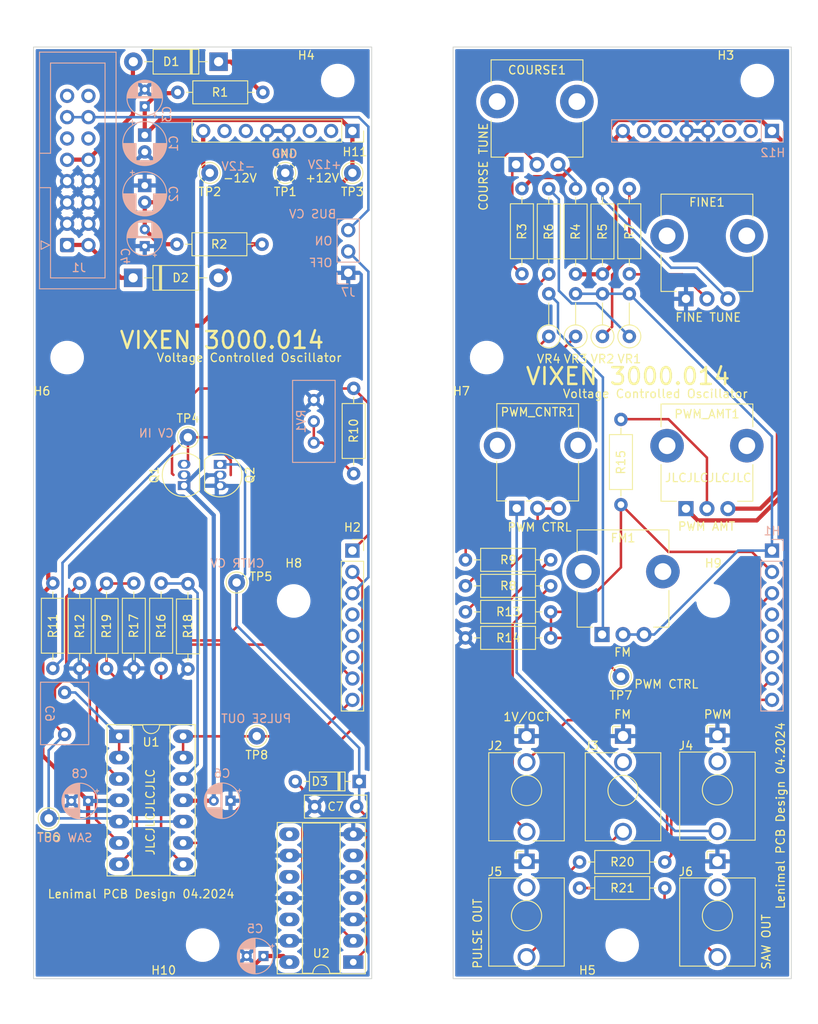
<source format=kicad_pcb>
(kicad_pcb (version 20240108) (generator "pcbnew") (generator_version "8.0")
  (layers (0 "F.Cu" signal) (31 "B.Cu" signal) (34 "B.Paste" user) (35 "F.Paste" user) (36 "B.SilkS" user "B.Silkscreen") (37 "F.SilkS" user "F.Silkscreen") (38 "B.Mask" user) (39 "F.Mask" user) (44 "Edge.Cuts" user))
  (net 0 "")
  (net 1 "+12V")
  (net 2 "GNDREF")
  (net 3 "-12V")
  (net 4 "Net-(D3-K)")
  (net 5 "Net-(U1A--)")
  (net 6 "Net-(U1B-+)")
  (net 7 "Net-(D1-K)")
  (net 8 "Net-(D1-A)")
  (net 9 "Net-(D2-K)")
  (net 10 "Net-(D2-A)")
  (net 11 "Net-(D3-A)")
  (net 12 "Net-(H1A-Pin_1)")
  (net 13 "Net-(H1H-Pin_8)")
  (net 14 "Net-(H1B-Pin_2)")
  (net 15 "Net-(H2B-Pin_2)")
  (net 20 "Net-(J2-PadT)")
  (net 21 "Net-(J3-PadT)")
  (net 23 "Net-(J4-PadT)")
  (net 25 "Net-(J5-PadT)")
  (net 27 "Net-(J6-PadT)")
  (net 29 "Net-(PWM_AMT1-Pad2)")
  (net 30 "Net-(PWM_CNTR1-Pad2)")
  (net 31 "Net-(Q1-E)")
  (net 32 "Net-(U1D-+)")
  (net 33 "Net-(U1B--)")
  (net 39 "Net-(COURSE1-Pad3)")
  (net 40 "Net-(COURSE1-Pad2)")
  (net 41 "Net-(COURSE1-Pad1)")
  (net 42 "Net-(FINE1-Pad3)")
  (net 43 "Net-(FINE1-Pad2)")
  (net 44 "Net-(FM1-Pad1)")
  (net 45 "Net-(H2A-Pin_3)")
  (net 60 "Net-(J7-Pin_3)")
  (net 61 "Net-(R6-Pad1)")
  (net 62 "Net-(R7-Pad1)")
  (net 63 "Net-(R8-Pad1)")
  (net 64 "Net-(R9-Pad1)")
  (net 65 "Net-(R10-Pad1)")
  (net 66 "Net-(R16-Pad2)")
  (net 67 "Net-(H1C-Pin_3)")
  (net 68 "Net-(H2C-Pin_3)")
  (net 69 "Net-(H1G-Pin_7)")
  (net 70 "Net-(H2G-Pin_7)")
  (net 71 "Net-(H2H-Pin_8)")
  (footprint "Connector_Pin:Pin_D1.0mm_L10.0mm" (layer "F.Cu") (at 31.8 121.9)
    (property "Reference" "TP6")
    (property "Value" "SAW_OUT")
  )
  (footprint "Connector_Pin:Pin_D1.0mm_L10.0mm" (layer "F.Cu") (at 60 45)
    (property "Reference" "TP1")
    (property "Value" "GND")
  )
  (footprint "MountingHole:MountingHole_3.5mm" (layer "F.Cu") (at 84 67)
    (property "Reference" "H7")
    (property "Value" "MountingHole" (hide yes))
  )
  (footprint "Synth:PinSocket_1x08_P2.54mm_Vertical" (layer "F.Cu") (at 68 40 -90)
    (property "Reference" "H11")
    (property "Value" "BTM_PWR")
  )
  (footprint "Synth:D_DO-41_SOD81_P10.16mm_Horizontal" (layer "F.Cu") (at 52 31.75 180)
    (property "Reference" "D1")
    (property "Value" "1N5819")
  )
  (footprint "Synth:D_DO-41_SOD81_P10.16mm_Horizontal" (layer "F.Cu") (at 41.92 57.5)
    (property "Reference" "D2")
    (property "Value" "1N5819")
  )
  (footprint "Synth:R_Default (DIN0207)" (layer "F.Cu") (at 88.2 46.9 -90)
    (property "Reference" "R3")
    (property "Value" "100K")
  )
  (footprint "Synth:R_Default (DIN0207)" (layer "F.Cu") (at 57.3 35.4 180)
    (property "Reference" "R1")
    (property "Value" "10")
  )
  (footprint "MountingHole:MountingHole_3.5mm" (layer "F.Cu") (at 50.15 137)
    (property "Reference" "H10")
    (property "Value" "MountingHole" (hide yes))
  )
  (footprint "Synth:R_Default (DIN0207)" (layer "F.Cu") (at 100 74.4 -90)
    (property "Reference" "R15")
    (property "Value" "100K")
  )
  (footprint "Package_TO_SOT_THT:TO-92_Inline" (layer "F.Cu") (at 47.94 82.25 90)
    (property "Reference" "Q1")
    (property "Value" "BC558")
  )
  (footprint "Resistor_THT:R_Axial_DIN0207_L6.3mm_D2.5mm_P5.08mm_Vertical" (layer "F.Cu") (at 91.4 64.48 90)
    (property "Reference" "VR4")
    (property "Value" "NTC 10K")
  )
  (footprint "Synth:Potentiometer_TT_P0915N" (layer "F.Cu") (at 90 36.5)
    (property "Reference" "COURSE1")
    (property "Value" "B100K")
  )
  (footprint "Synth:Potentiometer_TT_P0915N" (layer "F.Cu") (at 110.25 77.5)
    (property "Reference" "PWM_AMT1")
    (property "Value" "B100K")
  )
  (footprint "Synth:Potentiometer_TT_P0915N" (layer "F.Cu") (at 100.25 92.5)
    (property "Reference" "FM1")
    (property "Value" "B1M")
  )
  (footprint "Synth:PinSocket_1x08_P2.54mm_Vertical" (layer "F.Cu") (at 68 90)
    (property "Reference" "H2")
    (property "Value" "BTN_SGN")
  )
  (footprint "Resistor_THT:R_Axial_DIN0207_L6.3mm_D2.5mm_P5.08mm_Vertical" (layer "F.Cu") (at 97.8 64.48 90)
    (property "Reference" "VR2")
    (property "Value" "NTC 10K")
  )
  (footprint "Synth:Jack_3.5mm_QingPu_WQP-PJ398SM_Vertical_CircularHoles" (layer "F.Cu") (at 100.25 118.58)
    (property "Reference" "J3")
    (property "Value" "FM")
  )
  (footprint "Connector_Pin:Pin_D1.0mm_L10.0mm" (layer "F.Cu") (at 51 45)
    (property "Reference" "TP2")
    (property "Value" "-12V")
  )
  (footprint "Package_TO_SOT_THT:TO-92_Inline" (layer "F.Cu") (at 52.23 79.73 -90)
    (property "Reference" "Q2")
    (property "Value" "BC548")
  )
  (footprint "Package_DIP:DIP-14_W7.62mm_Socket_LongPads" (layer "F.Cu") (at 40.2 112.125)
    (property "Reference" "U1")
    (property "Value" "TL074")
  )
  (footprint "Connector_Pin:Pin_D1.0mm_L10.0mm" (layer "F.Cu") (at 100 105)
    (property "Reference" "TP7")
    (property "Value" "PWM_CTRL")
  )
  (footprint "Synth:R_Default (DIN0207)" (layer "F.Cu") (at 35.5 93.92 -90)
    (property "Reference" "R12")
    (property "Value" "100K")
  )
  (footprint "Synth:R_Default (DIN0207)" (layer "F.Cu") (at 81.5 94.2)
    (property "Reference" "R8")
    (property "Value" "100K")
  )
  (footprint "Synth:R_Default (DIN0207)" (layer "F.Cu") (at 57.2 53.5 180)
    (property "Reference" "R2")
    (property "Value" "10")
  )
  (footprint "Synth:R_Default (DIN0207)" (layer "F.Cu") (at 68.15 80.8 90)
    (property "Reference" "R10")
    (property "Value" "1.5K")
  )
  (footprint "Synth:R_Default (DIN0207)" (layer "F.Cu") (at 48.4 104.08 90)
    (property "Reference" "R18")
    (property "Value" "68K")
  )
  (footprint "MountingHole:MountingHole_3.5mm" (layer "F.Cu") (at 34 67)
    (property "Reference" "H6")
    (property "Value" "MountingHole" (hide yes))
  )
  (footprint "Connector_Pin:Pin_D1.0mm_L10.0mm" (layer "F.Cu") (at 56.6 112.1)
    (property "Reference" "TP8")
    (property "Value" "PULSE_OUT")
  )
  (footprint "Connector_Pin:Pin_D1.0mm_L10.0mm" (layer "F.Cu") (at 68 45)
    (property "Reference" "TP3")
    (property "Value" "+12V")
  )
  (footprint "Synth:R_Default (DIN0207)" (layer "F.Cu") (at 81.5 91.1)
    (property "Reference" "R9")
    (property "Value" "100K")
  )
  (footprint "MountingHole:MountingHole_3.5mm" (layer "F.Cu") (at 61 96)
    (property "Reference" "H8")
    (property "Value" "MountingHole")
  )
  (footprint "Synth:R_Default (DIN0207)" (layer "F.Cu") (at 97.8 46.92 -90)
    (property "Reference" "R5")
    (property "Value" "100K")
  )
  (footprint "Synth:R_Default (DIN0207)" (layer "F.Cu") (at 81.5 100.4)
    (property "Reference" "R14")
    (property "Value" "14K")
  )
  (footprint "MountingHole:MountingHole_3.5mm" (layer "F.Cu") (at 100.15 137)
    (property "Reference" "H5")
    (property "Value" "MountingHole" (hide yes))
  )
  (footprint "Synth:R_Default (DIN0207)" (layer "F.Cu") (at 91.4 46.92 -90)
    (property "Reference" "R6")
    (property "Value" "100K")
  )
  (footprint "Synth:Potentiometer_Alpha_RD901F-40-00D_Single_Vertical_CircularHoles" (layer "F.Cu") (at 90.08 77.46)
    (property "Reference" "PWM_CNTR1")
    (property "Value" "B250K")
  )
  (footprint "Synth:Jack_3.5mm_QingPu_WQP-PJ398SM_Vertical_CircularHoles" (layer "F.Cu") (at 88.75 118.58)
    (property "Reference" "J2")
    (property "Value" "1V/OCT")
  )
  (footprint "Synth:R_Default (DIN0207)" (layer "F.Cu") (at 95.1 130.2)
    (property "Reference" "R21")
    (property "Value" "1K")
  )
  (footprint "Resistor_THT:R_Axial_DIN0207_L6.3mm_D2.5mm_P5.08mm_Vertical" (layer "F.Cu") (at 94.6 64.48 90)
    (property "Reference" "VR3")
    (property "Value" "NTC 10K")
  )
  (footprint "MountingHole:MountingHole_3.5mm" (layer "F.Cu") (at 116.25 34)
    (property "Reference" "H3")
    (property "Value" "MountingHole" (hide yes))
  )
  (footprint "MountingHole:MountingHole_3.5mm" (layer "F.Cu") (at 111 96)
    (property "Reference" "H9")
    (property "Value" "MountingHole" (hide yes))
  )
  (footprint "Synth:R_Default (DIN0207)" (layer "F.Cu") (at 41.95 93.9 -90)
    (property "Reference" "R17")
    (property "Value" "47K")
  )
  (footprint "Synth:D_DO-35_SOD27_P7.62mm_Horizontal" (layer "F.Cu") (at 68.81 117.5 180)
    (property "Reference" "D3")
    (property "Value" "1N4148")
  )
  (footprint "Synth:R_Default (DIN0207)" (layer "F.Cu") (at 101 46.9 -90)
    (property "Reference" "R7")
    (property "Value" "1M")
  )
  (footprint "Synth:R_Default (DIN0207)" (layer "F.Cu") (at 81.5 97.3)
    (property "Reference" "R13")
    (property "Value" "68K")
  )
  (footprint "Connector_Pin:Pin_D1.0mm_L10.0mm" (layer "F.Cu") (at 48.4 76.5 180)
    (property "Reference" "TP4")
    (property "Value" "IN_CV")
  )
  (footprint "Synth:C_RECT_WIMA_0.1uF" (layer "F.Cu") (at 68.5 120.5 180)
    (property "Reference" "C7")
    (property "Value" "2.2nF")
  )
  (footprint "Synth:Jack_3.5mm_QingPu_WQP-PJ398SM_Vertical_CircularHoles" (layer "F.Cu") (at 111.5 133.5)
    (property "Reference" "J6")
    (property "Value" "SAW")
  )
  (footprint "Synth:Jack_3.5mm_QingPu_WQP-PJ398SM_Vertical_CircularHoles" (layer "F.Cu") (at 111.5 118.5)
    (property "Reference" "J4")
    (property "Value" "PWM")
  )
  (footprint "Synth:R_Default (DIN0207)" (layer "F.Cu") (at 95.1 127.1)
    (property "Reference" "R20")
    (property "Value" "1K")
  )
  (footprint "Resistor_THT:R_Axial_DIN0207_L6.3mm_D2.5mm_P5.08mm_Vertical" (layer "F.Cu") (at 101 64.48 90)
    (property "Reference" "VR1")
    (property "Value" "NTC 10K")
  )
  (footprint "Synth:R_Default (DIN0207)" (layer "F.Cu") (at 38.7 93.92 -90)
    (property "Reference" "R19")
    (property "Value" "100K")
  )
  (footprint "Synth:Potentiometer_TT_P0915N" (layer "F.Cu") (at 110.25 52.5)
    (property "Reference" "FINE1")
    (property "Value" "B100K")
  )
  (footprint "MountingHole:MountingHole_3.5mm" (layer "F.Cu") (at 66.25 34)
    (property "Reference" "H4")
    (property "Value" "MountingHole" (hide yes))
  )
  (footprint "Synth:R_Default (DIN0207)" (layer "F.Cu") (at 32.3 93.9 -90)
    (property "Reference" "R11")
    (property "Value" "1M")
  )
  (footprint "Synth:R_Default (DIN0207)" (layer "F.Cu") (at 45.2 93.9 -90)
    (property "Reference" "R16")
    (property "Value" "100K")
  )
  (footprint "Synth:R_Default (DIN0207)" (layer "F.Cu") (at 94.6 46.92 -90)
    (property "Reference" "R4")
    (property "Value" "33K")
  )
  (footprint "Package_DIP:DIP-14_W7.62mm_Socket_LongPads" (layer "F.Cu") (at 68.1 139.025 180)
    (property "Reference" "U2")
    (property "Value" "40106")
  )
  (footprint "Connector_Pin:Pin_D1.0mm_L10.0mm" (layer "F.Cu") (at 54.2 93.8 180)
    (property "Reference" "TP5")
    (property "Value" "CNTL_CV")
  )
  (footprint "Synth:Jack_3.5mm_QingPu_WQP-PJ398SM_Vertical_CircularHoles" (layer "F.Cu") (at 88.75 133.5)
    (property "Reference" "J5")
    (property "Value" "PULSE")
  )
  (footprint "Capacitor_THT:CP_Radial_D5.0mm_P2.00mm" (layer "B.Cu") (at 43.25 40.5 -90)
    (property "Reference" "C1")
    (property "Value" "47uFx16V")
  )
  (footprint "Potentiometer_THT:Potentiometer_Bourns_3296W_Vertical" (layer "B.Cu") (at 63.4 77.14 -90)
    (property "Reference" "RV1")
    (property "Value" "1K")
  )
  (footprint "Synth:PinHeader_1x08_P2.54mm_Vertical" (layer "B.Cu") (at 118 90 180)
    (property "Reference" "H1")
    (property "Value" "TOP_SGN")
  )
  (footprint "Connector_PinHeader_2.54mm:PinHeader_1x03_P2.54mm_Vertical" (layer "B.Cu") (at 67.5 56.9)
    (property "Reference" "J7")
    (property "Value" "Conn_01x03")
  )
  (footprint "Synth:IDC-Header_2x08_P2.54mm_Vertical" (layer "B.Cu") (at 34 53.6)
    (property "Reference" "J1")
    (property "Value" "PWR")
  )
  (footprint "Synth:PinHeader_1x08_P2.54mm_Vertical" (layer "B.Cu") (at 118 40 90)
    (property "Reference" "H12")
    (property "Value" "TOP_PWR")
  )
  (footprint "Synth:C_RECT_MKT_1uF" (layer "B.Cu") (at 33.7 106.9 -90)
    (property "Reference" "C9")
    (property "Value" "1 uF")
  )
  (footprint "Capacitor_THT:CP_Radial_D5.0mm_P2.00mm" (layer "B.Cu") (at 43.25 46.5 -90)
    (property "Reference" "C2")
    (property "Value" "47uFx16V")
  )
  (footprint "Capacitor_THT:CP_Radial_D4.0mm_P2.00mm" (layer "B.Cu") (at 53.4726 119.8 180)
    (property "Reference" "C6")
    (property "Value" "0.1uF")
  )
  (footprint "Capacitor_THT:CP_Radial_D4.0mm_P2.00mm" (layer "B.Cu") (at 43.25 53.7226 90)
    (property "Reference" "C4")
    (property "Value" "0.1uF")
  )
  (footprint "Capacitor_THT:CP_Radial_D4.0mm_P2.00mm" (layer "B.Cu") (at 36.5 119.825 180)
    (property "Reference" "C8")
    (property "Value" "0.1uF")
  )
  (footprint "Capacitor_THT:CP_Radial_D4.0mm_P2.00mm" (layer "B.Cu") (at 43.25 37.0726 90)
    (property "Reference" "C3")
    (property "Value" "0.1uF")
  )
  (footprint "Capacitor_THT:CP_Radial_D4.0mm_P2.00mm" (layer "B.Cu") (at 57.4 138.3 180)
    (property "Reference" "C5")
    (property "Value" "0.1uF")
  )
  (gr_rect (start 80 30) (end 120.3 141) (stroke (width 0.1)) (fill none) (layer "Edge.Cuts"))
  (gr_rect (start 30 30) (end 70.3 141) (stroke (width 0.1)) (fill none) (layer "Edge.Cuts"))
  (gr_text "SAW OUT" (at 37.1 124.8 0) (layer "B.SilkS") (effects (font (size 1 1)) (justify left bottom mirror)))
  (gr_text "OFF" (at 65.7 56.3 0) (layer "B.SilkS") (effects (font (size 1 1)) (justify left bottom mirror)))
  (gr_text "CNTR CV" (at 57.6 92.1 0) (layer "B.SilkS") (effects (font (size 1 1)) (justify left bottom mirror)))
  (gr_text "-12V" (at 56.5 44.8 0) (layer "B.SilkS") (effects (font (size 1 1)) (justify left bottom mirror)))
  (gr_text "BUS CV" (at 66.17 50.49 0) (layer "B.SilkS") (effects (font (size 1 1)) (justify left bottom mirror)))
  (gr_text "ON" (at 65.7 53.7 0) (layer "B.SilkS") (effects (font (size 1 1)) (justify left bottom mirror)))
  (gr_text "GND" (at 61.5 43.3 0) (layer "B.SilkS") (effects (font (size 1 1)) (justify left bottom mirror)))
  (gr_text "+12V" (at 66.8 44.6 0) (layer "B.SilkS") (effects (font (size 1 1)) (justify left bottom mirror)))
  (gr_text "CV IN" (at 46.8 76.6 0) (layer "B.SilkS") (effects (font (size 1 1)) (justify left bottom mirror)))
  (gr_text "PULSE OUT" (at 60.8 110.6 0) (layer "B.SilkS") (effects (font (size 1 1)) (justify left bottom mirror)))
  (gr_text "VIXEN 3000.014" (at 88.5 70.4 0) (layer "F.SilkS") (effects (font (size 2 2) (thickness 0.3) (bold yes)) (justify left bottom)))
  (gr_text "1V/OCT" (at 85.9 110.4 0) (layer "F.SilkS") (effects (font (size 1 1)) (justify left bottom)))
  (gr_text "COURSE TUNE" (at 84.2 49.6 90) (layer "F.SilkS") (effects (font (size 1 1)) (justify left bottom)))
  (gr_text "VIXEN 3000.014" (at 40.1 66.1 0) (layer "F.SilkS") (effects (font (size 2 2) (thickness 0.3) (bold yes)) (justify left bottom)))
  (gr_text "Voltage Controlled Oscillator" (at 93 71.9 0) (layer "F.SilkS") (effects (font (size 1 1)) (justify left bottom)))
  (gr_text "SAW OUT" (at 117.9 140 90) (layer "F.SilkS") (effects (font (size 1 1)) (justify left bottom)))
  (gr_text "FM" (at 99.1 102.7 0) (layer "F.SilkS") (effects (font (size 1 1)) (justify left bottom)))
  (gr_text "+12V" (at 62.3 46.2 0) (layer "F.SilkS") (effects (font (size 1 1)) (justify left bottom)))
  (gr_text "JLCJLCJLCJLC" (at 105.16 81.91 0) (layer "F.SilkS") (effects (font (size 1 1)) (justify left bottom)))
  (gr_text "Voltage Controlled Oscillator" (at 44.6 67.6 0) (layer "F.SilkS") (effects (font (size 1 1)) (justify left bottom)))
  (gr_text "PWM" (at 109.8 110.1 0) (layer "F.SilkS") (effects (font (size 1 1)) (justify left bottom)))
  (gr_text "Lenimal PCB Design 04.2024" (at 119.6 132.8 90) (layer "F.SilkS") (effects (font (size 1 1)) (justify left bottom)))
  (gr_text "FINE TUNE" (at 106.4 62.8 0) (layer "F.SilkS") (effects (font (size 1 1)) (justify left bottom)))
  (gr_text "JLCJLCJLCJLC" (at 44.5 126.4 90) (layer "F.SilkS") (effects (font (size 1 1)) (justify left bottom)))
  (gr_text "FM" (at 99.1 110.1 0) (layer "F.SilkS") (effects (font (size 1 1)) (justify left bottom)))
  (gr_text "PWM CTRL" (at 86.4 87.8 0) (layer "F.SilkS") (effects (font (size 1 1)) (justify left bottom)))
  (gr_text "GND" (at 58.3 43.3 0) (layer "F.SilkS") (effects (font (size 1 1)) (justify left bottom)))
  (gr_text "PWM CTRL" (at 101.5 106.5 0) (layer "F.SilkS") (effects (font (size 1 1)) (justify left bottom)))
  (gr_text "PWM AMT" (at 106.7 87.7 0) (layer "F.SilkS") (effects (font (size 1 1)) (justify left bottom)))
  (gr_text "Lenimal PCB Design 04.2024" (at 31.6 131.5 0) (layer "F.SilkS") (effects (font (size 1 1)) (justify left bottom)))
  (gr_text "PULSE OUT" (at 83.5 139.9 90) (layer "F.SilkS") (effects (font (size 1 1)) (justify left bottom)))
  (gr_text "-12V" (at 52.5 46.2 0) (layer "F.SilkS") (effects (font (size 1 1)) (justify left bottom)))
  (segment (start 59.755 138.3) (end 60.48 139.025) (width 0.5) (layer "F.Cu") (net 1))
  (segment (start 49.8 63.2) (end 34.1 63.2) (width 0.5) (layer "F.Cu") (net 1))
  (segment (start 31.05 114.375) (end 31.05 95.15) (width 0.5) (layer "F.Cu") (net 1))
  (segment (start 98.8 39.5) (end 99.6 38.7) (width 0.5) (layer "F.Cu") (net 1))
  (segment (start 36.5 130.6) (end 45.25 139.35) (width 0.5) (layer "F.Cu") (net 1))
  (segment (start 119.4 83.2) (end 116.2 86.4) (width 0.5) (layer "F.Cu") (net 1))
  (segment (start 68 45) (end 49.8 63.2) (width 0.5) (layer "F.Cu") (net 1))
  (segment (start 43.25 37.0726) (end 43.25 40.5) (width 0.5) (layer "F.Cu") (net 1))
  (segment (start 56.35 139.35) (end 57.4 138.3) (width 0.5) (layer "F.Cu") (net 1))
  (segment (start 44.8226 35.5) (end 43.25 37.0726) (width 0.5) (layer "F.Cu") (net 1))
  (segment (start 31.75 65.55) (end 31.75 93.35) (width 0.5) (layer "F.Cu") (net 1))
  (segment (start 89.62 45.5) (end 92.3 45.5) (width 0.5) (layer "F.Cu") (net 1))
  (segment (start 36.5 119.825) (end 36.5 130.6) (width 0.5) (layer "F.Cu") (net 1))
  (segment (start 92.3 45.5) (end 92.45 45.35) (width 0.5) (layer "F.Cu") (net 1))
  (segment (start 68 45) (end 68 40) (width 0.5) (layer "F.Cu") (net 1))
  (segment (start 118 40) (end 119.4 41.4) (width 0.5) (layer "F.Cu") (net 1))
  (segment (start 116.7 38.7) (end 118 40) (width 0.5) (layer "F.Cu") (net 1))
  (segment (start 36.5 119.825) (end 31.05 114.375) (width 0.5) (layer "F.Cu") (net 1))
  (segment (start 34.1 63.2) (end 31.75 65.55) (width 0.5) (layer "F.Cu") (net 1))
  (segment (start 98.8 39.684189) (end 98.8 39.5) (width 0.5) (layer "F.Cu") (net 1))
  (segment (start 31.75 93.35) (end 32.3 93.9) (width 0.5) (layer "F.Cu") (net 1))
  (segment (start 119.4 41.4) (end 119.4 83.2) (width 0.5) (layer "F.Cu") (net 1))
  (segment (start 45.25 139.35) (end 56.35 139.35) (width 0.5) (layer "F.Cu") (net 1))
  (segment (start 93.134189 45.35) (end 98.8 39.684189) (width 0.5) (layer "F.Cu") (net 1))
  (segment (start 88.2 46.92) (end 89.62 45.5) (width 0.5) (layer "F.Cu") (net 1))
  (segment (start 92.45 45.35) (end 93.134189 45.35) (width 0.5) (layer "F.Cu") (net 1))
  (segment (start 45.05 38.7) (end 66.7 38.7) (width 0.5) (layer "F.Cu") (net 1))
  (segment (start 47.09 35.5) (end 44.8226 35.5) (width 0.5) (layer "F.Cu") (net 1))
  (segment (start 116.2 86.4) (end 109.15 86.4) (width 0.5) (layer "F.Cu") (net 1))
  (segment (start 109.15 86.4) (end 107.75 85) (width 0.5) (layer "F.Cu") (net 1))
  (segment (start 31.05 95.15) (end 32.3 93.9) (width 0.5) (layer "F.Cu") (net 1))
  (segment (start 99.6 38.7) (end 116.7 38.7) (width 0.5) (layer "F.Cu") (net 1))
  (segment (start 66.7 38.7) (end 68 40) (width 0.5) (layer "F.Cu") (net 1))
  (segment (start 43.25 40.5) (end 45.05 38.7) (width 0.5) (layer "F.Cu") (net 1))
  (segment (start 57.4 138.3) (end 59.755 138.3) (width 0.5) (layer "F.Cu") (net 1))
  (segment (start 36.5 119.825) (end 40.12 119.825) (width 0.5) (layer "B.Cu") (net 1))
  (segment (start 40.12 119.825) (end 40.2 119.745) (width 0.5) (layer "B.Cu") (net 1))
  (segment (start 43.25 51.7226) (end 43.25 48.5) (width 0.5) (layer "F.Cu") (net 3))
  (segment (start 44.38137 48.5) (end 50.22 42.66137) (width 0.5) (layer "F.Cu") (net 3))
  (segment (start 94.6 57.08) (end 97.8 57.08) (width 0.5) (layer "F.Cu") (net 3))
  (segment (start 116.61005 85) (end 112.75 85) (width 0.5) (layer "F.Cu") (net 3))
  (segment (start 99.37 55.51) (end 97.8 57.08) (width 0.5) (layer "F.Cu") (net 3))
  (segment (start 116.2 42.8) (end 118.7 45.3) (width 0.5) (layer "F.Cu") (net 3))
  (segment (start 103.02 42.8) (end 116.2 42.8) (width 0.5) (layer "F.Cu") (net 3))
  (segment (start 51.4726 119.8) (end 47.875 119.8) (width 0.5) (layer "F.Cu") (net 3))
  (segment (start 118.7 45.3) (end 118.7 82.91005) (width 0.5) (layer "F.Cu") (net 3))
  (segment (start 118.7 82.91005) (end 116.61005 85) (width 0.5) (layer "F.Cu") (net 3))
  (segment (start 43.25 48.5) (end 44.38137 48.5) (width 0.5) (layer "F.Cu") (net 3))
  (segment (start 50.22 42.66137) (end 50.22 40) (width 0.5) (layer "F.Cu") (net 3))
  (segment (start 100.22 40) (end 103.02 42.8) (width 0.5) (layer "F.Cu") (net 3))
  (segment (start 45.0274 53.5) (end 43.25 51.7226) (width 0.5) (layer "F.Cu") (net 3))
  (segment (start 50.22 44.22) (end 51 45) (width 0.5) (layer "F.Cu") (net 3))
  (segment (start 50.22 40) (end 50.22 44.22) (width 0.5) (layer "F.Cu") (net 3))
  (segment (start 99.37 40.85) (end 99.37 55.51) (width 0.5) (layer "F.Cu") (net 3))
  (segment (start 100.22 40) (end 99.37 40.85) (width 0.5) (layer "F.Cu") (net 3))
  (segment (start 47 53.5) (end 45.0274 53.5) (width 0.5) (layer "F.Cu") (net 3))
  (segment (start 47.875 119.8) (end 47.82 119.745) (width 0.5) (layer "F.Cu") (net 3))
  (segment (start 50 80.19) (end 47.94 82.25) (width 0.5) (layer "B.Cu") (net 3))
  (segment (start 50 46) (end 50 80.19) (width 0.5) (layer "B.Cu") (net 3))
  (segment (start 51.4726 85.7826) (end 51.4726 119.8) (width 0.5) (layer "B.Cu") (net 3))
  (segment (start 47.94 82.25) (end 51.4726 85.7826) (width 0.5) (layer "B.Cu") (net 3))
  (segment (start 51 45) (end 50 46) (width 0.5) (layer "B.Cu") (net 3))
  (segment (start 69.65 121.65) (end 69.65 137.475) (width 0.3) (layer "F.Cu") (net 4))
  (segment (start 54.2 99.1) (end 54.2 93.8) (width 0.3) (layer "F.Cu") (net 4))
  (segment (start 37.55 114.555) (end 37.55 103.15) (width 0.3) (layer "F.Cu") (net 4))
  (segment (start 68.5 120.5) (end 69.65 121.65) (width 0.3) (layer "F.Cu") (net 4))
  (segment (start 69.65 137.475) (end 68.1 139.025) (width 0.3) (layer "F.Cu") (net 4))
  (segment (start 40.2 117.205) (end 37.55 114.555) (width 0.3) (layer "F.Cu") (net 4))
  (segment (start 52.6 100.7) (end 54.2 99.1) (width 0.3) (layer "F.Cu") (net 4))
  (segment (start 40 100.7) (end 52.6 100.7) (width 0.3) (layer "F.Cu") (net 4))
  (segment (start 37.55 103.15) (end 40 100.7) (width 0.3) (layer "F.Cu") (net 4))
  (segment (start 54.2 98.9) (end 68.81 113.51) (width 0.3) (layer "B.Cu") (net 4))
  (segment (start 68.81 120.19) (end 68.5 120.5) (width 0.3) (layer "B.Cu") (net 4))
  (segment (start 55.2 80.508496) (end 54.421504 79.73) (width 0.3) (layer "B.Cu") (net 4))
  (segment (start 54.2 93.8) (end 54.2 98.9) (width 0.3) (layer "B.Cu") (net 4))
  (segment (start 68.81 117.5) (end 68.81 120.19) (width 0.3) (layer "B.Cu") (net 4))
  (segment (start 54.2 93.8) (end 55.2 92.8) (width 0.3) (layer "B.Cu") (net 4))
  (segment (start 55.2 92.8) (end 55.2 80.508496) (width 0.3) (layer "B.Cu") (net 4))
  (segment (start 68.81 113.51) (end 68.81 117.5) (width 0.3) (layer "B.Cu") (net 4))
  (segment (start 54.421504 79.73) (end 52.23 79.73) (width 0.3) (layer "B.Cu") (net 4))
  (segment (start 40.2 112.125) (end 40.2 114.665) (width 0.3) (layer "F.Cu") (net 5))
  (segment (start 33.7 106.9) (end 34.975 106.9) (width 0.3) (layer "B.Cu") (net 5))
  (segment (start 34.975 106.9) (end 40.2 112.125) (width 0.3) (layer "B.Cu") (net 5))
  (segment (start 33.7 111.9) (end 32.55 110.75) (width 0.3) (layer "F.Cu") (net 6))
  (segment (start 33.9 105.073654) (end 33.9 95.52) (width 0.3) (layer "F.Cu") (net 6))
  (segment (start 32.55 106.423654) (end 33.9 105.073654) (width 0.3) (layer "F.Cu") (net 6))
  (segment (start 32.55 110.75) (end 32.55 106.423654) (width 0.3) (layer "F.Cu") (net 6))
  (segment (start 33.9 95.52) (end 35.5 93.92) (width 0.3) (layer "F.Cu") (net 6))
  (segment (start 40.2 122.285) (end 47.82 122.285) (width 0.3) (layer "B.Cu") (net 6))
  (segment (start 31.8 121.9) (end 31.8 113.8) (width 0.3) (layer "B.Cu") (net 6))
  (segment (start 31.8 121.9) (end 39.815 121.9) (width 0.3) (layer "B.Cu") (net 6))
  (segment (start 31.8 113.8) (end 33.7 111.9) (width 0.3) (layer "B.Cu") (net 6))
  (segment (start 39.815 121.9) (end 40.2 122.285) (width 0.3) (layer "B.Cu") (net 6))
  (segment (start 53.5 31.75) (end 57.25 35.5) (width 0.5) (layer "F.Cu") (net 7))
  (segment (start 52 31.75) (end 53.5 31.75) (width 0.5) (layer "F.Cu") (net 7))
  (segment (start 41.84 38.08) (end 41.84 31.75) (width 0.5) (layer "F.Cu") (net 8))
  (segment (start 33.96 43.42) (end 36.5 43.42) (width 0.5) (layer "F.Cu") (net 8))
  (segment (start 36.5 43.42) (end 41.84 38.08) (width 0.5) (layer "F.Cu") (net 8))
  (segment (start 36.5 53.58) (end 33.96 53.58) (width 0.5) (layer "F.Cu") (net 9))
  (segment (start 40.42 57.5) (end 36.5 53.58) (width 0.5) (layer "F.Cu") (net 9))
  (segment (start 41.92 57.5) (end 40.42 57.5) (width 0.5) (layer "F.Cu") (net 9))
  (segment (start 56.08 53.5) (end 57.16 53.5) (width 0.5) (layer "F.Cu") (net 10))
  (segment (start 52.08 57.5) (end 56.08 53.5) (width 0.5) (layer "F.Cu") (net 10))
  (segment (start 62.03 118.34) (end 62.03 130.415) (width 0.3) (layer "F.Cu") (net 11))
  (segment (start 61.19 117.5) (end 62.03 118.34) (width 0.3) (layer "F.Cu") (net 11))
  (segment (start 62.03 130.415) (end 68.1 136.485) (width 0.3) (layer "F.Cu") (net 11))
  (segment (start 113.959441 90) (end 103.959441 100) (width 0.3) (layer "B.Cu") (net 12))
  (segment (start 103.959441 100) (end 102.65 100) (width 0.3) (layer "B.Cu") (net 12))
  (segment (start 118 76.4) (end 118 90) (width 0.3) (layer "B.Cu") (net 12))
  (segment (start 101 59.4) (end 118 76.4) (width 0.3) (layer "B.Cu") (net 12))
  (segment (start 118 90) (end 113.959441 90) (width 0.3) (layer "B.Cu") (net 12))
  (segment (start 94.6 59.4) (end 101 59.4) (width 0.3) (layer "B.Cu") (net 12))
  (segment (start 102.65 100) (end 100.15 100) (width 0.3) (layer "B.Cu") (net 12))
  (segment (start 105.999999 126.300001) (end 105.999999 114.500001) (width 0.3) (layer "F.Cu") (net 13))
  (segment (start 105.999999 114.500001) (end 112.72 107.78) (width 0.3) (layer "F.Cu") (net 13))
  (segment (start 112.72 107.78) (end 118 107.78) (width 0.3) (layer "F.Cu") (net 13))
  (segment (start 105.2 127.1) (end 105.999999 126.300001) (width 0.3) (layer "F.Cu") (net 13))
  (segment (start 95.4 100.4) (end 91.66 100.4) (width 0.3) (layer "F.Cu") (net 14))
  (segment (start 94.7 97.3) (end 100 92) (width 0.3) (layer "F.Cu") (net 14))
  (segment (start 100 105) (end 95.4 100.4) (width 0.3) (layer "F.Cu") (net 14))
  (segment (start 115.61 90.15) (end 118 92.54) (width 0.3) (layer "F.Cu") (net 14))
  (segment (start 91.66 100.4) (end 91.66 97.3) (width 0.3) (layer "F.Cu") (net 14))
  (segment (start 91.66 97.3) (end 94.7 97.3) (width 0.3) (layer "F.Cu") (net 14))
  (segment (start 105.65 90.15) (end 115.61 90.15) (width 0.3) (layer "F.Cu") (net 14))
  (segment (start 100 92) (end 100 84.5) (width 0.3) (layer "F.Cu") (net 14))
  (segment (start 100 84.5) (end 105.65 90.15) (width 0.3) (layer "F.Cu") (net 14))
  (segment (start 50.275 124.825) (end 61 114.1) (width 0.3) (layer "F.Cu") (net 15))
  (segment (start 61 114.1) (end 65.1 114.1) (width 0.3) (layer "F.Cu") (net 15))
  (segment (start 69.2 93.74) (end 68 92.54) (width 0.3) (layer "F.Cu") (net 15))
  (segment (start 65.1 114.1) (end 69.2 110) (width 0.3) (layer "F.Cu") (net 15))
  (segment (start 47.82 124.825) (end 50.275 124.825) (width 0.3) (layer "F.Cu") (net 15))
  (segment (start 69.2 110) (end 69.2 93.74) (width 0.3) (layer "F.Cu") (net 15))
  (segment (start 87.095308 98.764692) (end 87.095308 121.745308) (width 0.3) (layer "F.Cu") (net 20))
  (segment (start 91.66 94.2) (end 87.095308 98.764692) (width 0.3) (layer "F.Cu") (net 20))
  (segment (start 87.095308 121.745308) (end 88.75 123.4) (width 0.3) (layer "F.Cu") (net 20))
  (segment (start 88 125.25) (end 98.3 125.25) (width 0.3) (layer "F.Cu") (net 21))
  (segment (start 86.595308 96.064692) (end 86.595308 123.845308) (width 0.3) (layer "F.Cu") (net 21))
  (segment (start 91.66 91) (end 86.595308 96.064692) (width 0.3) (layer "F.Cu") (net 21))
  (segment (start 86.595308 123.845308) (end 88 125.25) (width 0.3) (layer "F.Cu") (net 21))
  (segment (start 98.3 125.25) (end 100.15 123.4) (width 0.3) (layer "F.Cu") (net 21))
  (segment (start 106.448887 123.4) (end 87.575 104.526113) (width 0.3) (layer "B.Cu") (net 23))
  (segment (start 111.5 123.4) (end 106.448887 123.4) (width 0.3) (layer "B.Cu") (net 23))
  (segment (start 87.575 104.526113) (end 87.575 85) (width 0.3) (layer "B.Cu") (net 23))
  (segment (start 90.405141 136.744859) (end 88.75 138.4) (width 0.3) (layer "F.Cu") (net 25))
  (segment (start 90.405141 131.734859) (end 90.405141 136.744859) (width 0.3) (layer "F.Cu") (net 25))
  (segment (start 95.04 127.1) (end 90.405141 131.734859) (width 0.3) (layer "F.Cu") (net 25))
  (segment (start 105.2 130.2) (end 105.2 132.1) (width 0.3) (layer "F.Cu") (net 27))
  (segment (start 105.2 132.1) (end 111.5 138.4) (width 0.3) (layer "F.Cu") (net 27))
  (segment (start 100 74.34) (end 105.663402 74.34) (width 0.3) (layer "F.Cu") (net 29))
  (segment (start 110.25 78.926598) (end 110.25 85) (width 0.3) (layer "F.Cu") (net 29))
  (segment (start 105.663402 74.34) (end 110.25 78.926598) (width 0.3) (layer "F.Cu") (net 29))
  (segment (start 81.5 97.3) (end 90.075 88.725) (width 0.3) (layer "F.Cu") (net 30))
  (segment (start 92.575 85) (end 90.075 85) (width 0.3) (layer "F.Cu") (net 30))
  (segment (start 90.075 88.725) (end 90.075 85) (width 0.3) (layer "F.Cu") (net 30))
  (segment (start 48.4 76.5) (end 50.75 76.5) (width 0.3) (layer "F.Cu") (net 31))
  (segment (start 47.94 79.71) (end 48.4 79.25) (width 0.3) (layer "F.Cu") (net 31))
  (segment (start 48.4 79.25) (end 48.4 76.5) (width 0.3) (layer "F.Cu") (net 31))
  (segment (start 50.75 76.5) (end 53.5 79.25) (width 0.3) (layer "F.Cu") (net 31))
  (segment (start 53.5 79.25) (end 53.5 81) (width 0.3) (layer "F.Cu") (net 31))
  (segment (start 33.45 91.45) (end 33.45 102.91) (width 0.3) (layer "B.Cu") (net 31))
  (segment (start 33.45 102.91) (end 32.3 104.06) (width 0.3) (layer "B.Cu") (net 31))
  (segment (start 48.4 76.5) (end 33.45 91.45) (width 0.3) (layer "B.Cu") (net 31))
  (segment (start 49.55 115.475) (end 49.55 95.07) (width 0.3) (layer "B.Cu") (net 32))
  (segment (start 47.82 117.205) (end 49.55 115.475) (width 0.3) (layer "B.Cu") (net 32))
  (segment (start 48.4 93.92) (end 45.22 93.92) (width 0.3) (layer "B.Cu") (net 32))
  (segment (start 49.55 95.07) (end 48.4 93.92) (width 0.3) (layer "B.Cu") (net 32))
  (segment (start 45.22 93.92) (end 45.2 93.94) (width 0.3) (layer "B.Cu") (net 32))
  (segment (start 36.7 118.125) (end 37.45 118.875) (width 0.3) (layer "F.Cu") (net 33))
  (segment (start 38.7 93.92) (end 41.93 93.92) (width 0.3) (layer "F.Cu") (net 33))
  (segment (start 38.7 93.92) (end 36.7 95.92) (width 0.3) (layer "F.Cu") (net 33))
  (segment (start 41.93 93.92) (end 41.95 93.94) (width 0.3) (layer "F.Cu") (net 33))
  (segment (start 37.45 122.075) (end 40.2 124.825) (width 0.3) (layer "F.Cu") (net 33))
  (segment (start 37.45 118.875) (end 37.45 122.075) (width 0.3) (layer "F.Cu") (net 33))
  (segment (start 36.7 95.92) (end 36.7 118.125) (width 0.3) (layer "F.Cu") (net 33))
  (segment (start 92.575 44) (end 94.6 46.025) (width 0.3) (layer "B.Cu") (net 39))
  (segment (start 94.6 46.025) (end 94.6 46.92) (width 0.3) (layer "B.Cu") (net 39))
  (segment (start 85.5 43.6) (end 85.5 57.2) (width 0.3) (layer "F.Cu") (net 40))
  (segment (start 90.075 44) (end 88.475 42.4) (width 0.3) (layer "F.Cu") (net 40))
  (segment (start 86.6 58.3) (end 90.18 58.3) (width 0.3) (layer "F.Cu") (net 40))
  (segment (start 90.18 58.3) (end 91.4 57.08) (width 0.3) (layer "F.Cu") (net 40))
  (segment (start 86.7 42.4) (end 85.5 43.6) (width 0.3) (layer "F.Cu") (net 40))
  (segment (start 85.5 57.2) (end 86.6 58.3) (width 0.3) (layer "F.Cu") (net 40))
  (segment (start 88.475 42.4) (end 86.7 42.4) (width 0.3) (layer "F.Cu") (net 40))
  (segment (start 87.05 44.525) (end 87.05 55.93) (width 0.3) (layer "F.Cu") (net 41))
  (segment (start 87.05 55.93) (end 88.2 57.08) (width 0.3) (layer "F.Cu") (net 41))
  (segment (start 87.575 44) (end 87.05 44.525) (width 0.3) (layer "F.Cu") (net 41))
  (segment (start 97.8 46.92) (end 97.8 48.123402) (width 0.3) (layer "B.Cu") (net 42))
  (segment (start 105.976598 56.3) (end 109.05 56.3) (width 0.3) (layer "B.Cu") (net 42))
  (segment (start 109.05 56.3) (end 112.75 60) (width 0.3) (layer "B.Cu") (net 42))
  (segment (start 97.8 48.123402) (end 105.976598 56.3) (width 0.3) (layer "B.Cu") (net 42))
  (segment (start 101 57.08) (end 107.33 57.08) (width 0.3) (layer "F.Cu") (net 43))
  (segment (start 107.33 57.08) (end 110.25 60) (width 0.3) (layer "F.Cu") (net 43))
  (segment (start 97.75 100) (end 97.85 99.9) (width 0.3) (layer "B.Cu") (net 44))
  (segment (start 97.85 99.9) (end 97.85 69.356346) (width 0.3) (layer "B.Cu") (net 44))
  (segment (start 92.5 60.5) (end 91.4 59.4) (width 0.3) (layer "B.Cu") (net 44))
  (segment (start 97.85 69.356346) (end 92.5 64.006346) (width 0.3) (layer "B.Cu") (net 44))
  (segment (start 92.5 64.006346) (end 92.5 60.5) (width 0.3) (layer "B.Cu") (net 44))
  (segment (start 46.5 80.81) (end 46.5 73.9) (width 0.3) (layer "F.Cu") (net 45))
  (segment (start 49.71 70.69) (end 68.15 70.69) (width 0.3) (layer "F.Cu") (net 45))
  (segment (start 69.9 72.44) (end 69.9 88.1) (width 0.3) (layer "F.Cu") (net 45))
  (segment (start 46.67 80.98) (end 46.5 80.81) (width 0.3) (layer "F.Cu") (net 45))
  (segment (start 69.9 88.1) (end 68 90) (width 0.3) (layer "F.Cu") (net 45))
  (segment (start 46.5 73.9) (end 49.71 70.69) (width 0.3) (layer "F.Cu") (net 45))
  (segment (start 68.15 70.69) (end 69.9 72.44) (width 0.3) (layer "F.Cu") (net 45))
  (segment (start 69.9 39.5) (end 69.9 49.42) (width 0.3) (layer "B.Cu") (net 60))
  (segment (start 36.54 38.36) (end 68.76 38.36) (width 0.3) (layer "B.Cu") (net 60))
  (segment (start 69.9 49.42) (end 67.5 51.82) (width 0.3) (layer "B.Cu") (net 60))
  (segment (start 36.54 38.36) (end 34 38.36) (width 0.3) (layer "B.Cu") (net 60))
  (segment (start 68.76 38.36) (end 69.9 39.5) (width 0.3) (layer "B.Cu") (net 60))
  (segment (start 94.123654 60.55) (end 92.6 59.026346) (width 0.3) (layer "B.Cu") (net 61))
  (segment (start 92.6 59.026346) (end 92.6 48.12) (width 0.3) (layer "B.Cu") (net 61))
  (segment (start 101 64.48) (end 97.07 60.55) (width 0.3) (layer "B.Cu") (net 61))
  (segment (start 97.07 60.55) (end 94.123654 60.55) (width 0.3) (layer "B.Cu") (net 61))
  (segment (start 92.6 48.12) (end 91.4 46.92) (width 0.3) (layer "B.Cu") (net 61))
  (segment (start 98.95 57.15) (end 98.95 63.33) (width 0.3) (layer "F.Cu") (net 62))
  (segment (start 98.95 63.33) (end 97.8 64.48) (width 0.3) (layer "F.Cu") (net 62))
  (segment (start 101 46.92) (end 101 55.1) (width 0.3) (layer "F.Cu") (net 62))
  (segment (start 101 55.1) (end 98.95 57.15) (width 0.3) (layer "F.Cu") (net 62))
  (segment (start 82.975 76.105) (end 94.6 64.48) (width 0.3) (layer "F.Cu") (net 63))
  (segment (start 82.975 92.725) (end 82.975 76.105) (width 0.3) (layer "F.Cu") (net 63))
  (segment (start 81.5 94.2) (end 82.975 92.725) (width 0.3) (layer "F.Cu") (net 63))
  (segment (start 81.5 74.38) (end 91.4 64.48) (width 0.3) (layer "F.Cu") (net 64))
  (segment (start 81.5 91) (end 81.5 74.38) (width 0.3) (layer "F.Cu") (net 64))
  (segment (start 63.4 77.14) (end 64.44 77.14) (width 0.3) (layer "F.Cu") (net 65))
  (segment (start 63.4 74.6) (end 63.4 77.14) (width 0.3) (layer "F.Cu") (net 65))
  (segment (start 64.44 77.14) (end 68.15 80.85) (width 0.3) (layer "F.Cu") (net 65))
  (segment (start 45.2 124.745) (end 45.2 104.1) (width 0.3) (layer "F.Cu") (net 66))
  (segment (start 47.82 127.365) (end 45.2 124.745) (width 0.3) (layer "F.Cu") (net 66))
  (segment (start 88.75 115.1) (end 93.65 110.2) (width 0.3) (layer "F.Cu") (net 67))
  (segment (start 93.65 110.2) (end 102.88 110.2) (width 0.3) (layer "F.Cu") (net 67))
  (segment (start 102.88 110.2) (end 118 95.08) (width 0.3) (layer "F.Cu") (net 67))
  (segment (start 69.9 93.18) (end 68 95.08) (width 0.3) (layer "B.Cu") (net 68))
  (segment (start 67.5 54.36) (end 69.9 56.76) (width 0.3) (layer "B.Cu") (net 68))
  (segment (start 69.9 56.76) (end 69.9 93.18) (width 0.3) (layer "B.Cu") (net 68))
  (segment (start 105.499999 123.300001) (end 105.499999 114.292895) (width 0.3) (layer "F.Cu") (net 69))
  (segment (start 95.04 130.2) (end 98.6 130.2) (width 0.3) (layer "F.Cu") (net 69))
  (segment (start 112.512894 107.28) (end 115.96 107.28) (width 0.3) (layer "F.Cu") (net 69))
  (segment (start 115.96 107.28) (end 118 105.24) (width 0.3) (layer "F.Cu") (net 69))
  (segment (start 98.6 130.2) (end 105.499999 123.300001) (width 0.3) (layer "F.Cu") (net 69))
  (segment (start 105.499999 114.292895) (end 112.512894 107.28) (width 0.3) (layer "F.Cu") (net 69))
  (segment (start 40.207106 101.2) (end 38.7 102.707106) (width 0.3) (layer "F.Cu") (net 70))
  (segment (start 42.3 107.68) (end 38.7 104.08) (width 0.3) (layer "F.Cu") (net 70))
  (segment (start 68 105.24) (end 63.96 101.2) (width 0.3) (layer "F.Cu") (net 70))
  (segment (start 42.3 125.265) (end 42.3 107.68) (width 0.3) (layer "F.Cu") (net 70))
  (segment (start 40.2 127.365) (end 42.3 125.265) (width 0.3) (layer "F.Cu") (net 70))
  (segment (start 63.96 101.2) (end 40.207106 101.2) (width 0.3) (layer "F.Cu") (net 70))
  (segment (start 38.7 102.707106) (end 38.7 104.08) (width 0.3) (layer "F.Cu") (net 70))
  (segment (start 47.82 112.125) (end 47.82 114.665) (width 0.3) (layer "F.Cu") (net 71))
  (segment (start 47.82 112.125) (end 63.655 112.125) (width 0.3) (layer "F.Cu") (net 71))
  (segment (start 63.655 112.125) (end 68 107.78) (width 0.3) (layer "F.Cu") (net 71))
  (zone (net 2) (net_name "GNDREF") (layer "B.Cu") (connect_pads (clearance 0.5)) (min_thickness 0.25) (fill yes (thermal_gap 0.5) (thermal_bridge_width 0.5))
    (polygon (pts (xy 26 24.4) (xy 26 144.2) (xy 28.2 146.4) (xy 70.9 146.4) (xy 73.5 143.8) (xy 73.5 26.4) (xy 71.5 24.4)))
  )
  (zone (net 2) (net_name "GNDREF") (layer "B.Cu") (priority 1) (connect_pads (clearance 0.5)) (min_thickness 0.25) (fill yes (thermal_gap 0.5) (thermal_bridge_width 0.5))
    (polygon (pts (xy 76.35 28.15) (xy 76.35 141.75) (xy 79.1 144.5) (xy 119.1 144.5) (xy 123.5 140.1) (xy 123.5 25.4) (xy 79.1 25.4)))
  )
)
</source>
